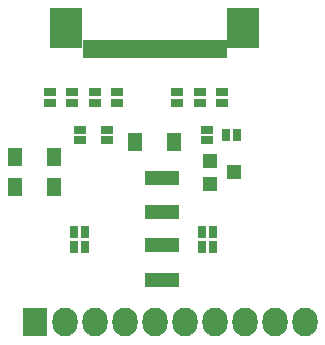
<source format=gts>
G04 #@! TF.FileFunction,Soldermask,Top*
%FSLAX46Y46*%
G04 Gerber Fmt 4.6, Leading zero omitted, Abs format (unit mm)*
G04 Created by KiCad (PCBNEW 4.0.2+e4-6225~38~ubuntu16.04.1-stable) date Sat 16 Jul 2016 01:47:43 AM PDT*
%MOMM*%
G01*
G04 APERTURE LIST*
%ADD10C,0.150000*%
%ADD11R,1.000000X0.800000*%
%ADD12R,0.800000X1.000000*%
%ADD13R,1.310000X1.620000*%
%ADD14R,2.900000X1.300000*%
%ADD15R,2.127200X2.432000*%
%ADD16O,2.127200X2.432000*%
%ADD17R,1.200100X1.200100*%
%ADD18R,0.700000X1.500000*%
%ADD19R,2.700000X3.500000*%
G04 APERTURE END LIST*
D10*
D11*
X117856000Y-62415000D03*
X117856000Y-63315000D03*
D12*
X125915000Y-72390000D03*
X126815000Y-72390000D03*
X125915000Y-71120000D03*
X126815000Y-71120000D03*
D11*
X123825000Y-60140000D03*
X123825000Y-59240000D03*
X125730000Y-59240000D03*
X125730000Y-60140000D03*
X118745000Y-59240000D03*
X118745000Y-60140000D03*
X115570000Y-62415000D03*
X115570000Y-63315000D03*
X126365000Y-63315000D03*
X126365000Y-62415000D03*
X116840000Y-59240000D03*
X116840000Y-60140000D03*
X114935000Y-59240000D03*
X114935000Y-60140000D03*
X113030000Y-59240000D03*
X113030000Y-60140000D03*
D13*
X113395000Y-67310000D03*
X110125000Y-67310000D03*
X120285000Y-63500000D03*
X123555000Y-63500000D03*
X110125000Y-64770000D03*
X113395000Y-64770000D03*
D14*
X122555000Y-72210000D03*
X122555000Y-75110000D03*
X122555000Y-69395000D03*
X122555000Y-66495000D03*
D15*
X111760000Y-78740000D03*
D16*
X114300000Y-78740000D03*
X116840000Y-78740000D03*
X119380000Y-78740000D03*
X121920000Y-78740000D03*
X124460000Y-78740000D03*
X127000000Y-78740000D03*
X129540000Y-78740000D03*
X132080000Y-78740000D03*
X134620000Y-78740000D03*
D17*
X126634240Y-65090000D03*
X126634240Y-66990000D03*
X128633220Y-66040000D03*
D12*
X128847000Y-62865000D03*
X127947000Y-62865000D03*
D11*
X127635000Y-59240000D03*
X127635000Y-60140000D03*
D18*
X127670000Y-55565000D03*
X127170000Y-55565000D03*
X126670000Y-55565000D03*
X126170000Y-55565000D03*
X125670000Y-55565000D03*
X125170000Y-55565000D03*
X124670000Y-55565000D03*
X124170000Y-55565000D03*
X123670000Y-55565000D03*
X123170000Y-55565000D03*
X122670000Y-55565000D03*
X122170000Y-55565000D03*
X121670000Y-55565000D03*
X121170000Y-55565000D03*
X120670000Y-55565000D03*
X120170000Y-55565000D03*
X119670000Y-55565000D03*
X119170000Y-55565000D03*
X118670000Y-55565000D03*
X118170000Y-55565000D03*
X117670000Y-55565000D03*
X117170000Y-55565000D03*
X116670000Y-55565000D03*
X116170000Y-55565000D03*
D19*
X129420000Y-53840000D03*
X114420000Y-53840000D03*
D12*
X116020000Y-72390000D03*
X115120000Y-72390000D03*
X116020000Y-71120000D03*
X115120000Y-71120000D03*
M02*

</source>
